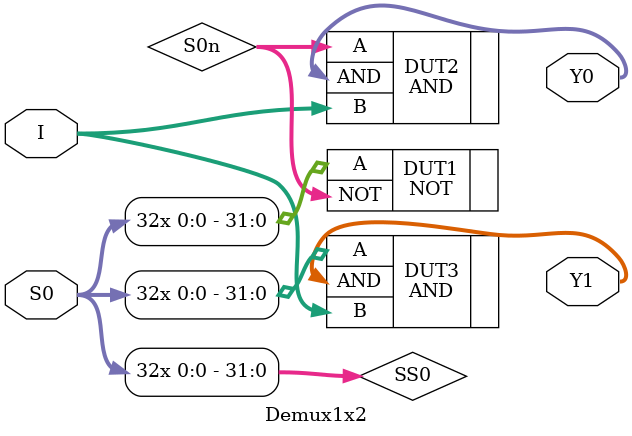
<source format=v>
module Demux1x2 #(parameter N=32)(S0,I,Y0,Y1);
input S0;
input [N-1:0]I;
output [N-1:0]Y0,Y1;
wire [N-1:0]S0n;
wire [N-1:0]SS0;
assign SS0={(N){S0}};
//not(S0n,S0);
NOT #(.N(N)) DUT1(.A(SS0),.NOT(S0n));
//and(Y0,S0n,I);
AND #(.N(N)) DUT2(.A(S0n),.B(I),.AND(Y0));
//and(Y1,S0,I);
AND #(.N(N)) DUT3(.A(SS0),.B(I),.AND(Y1));
endmodule
</source>
